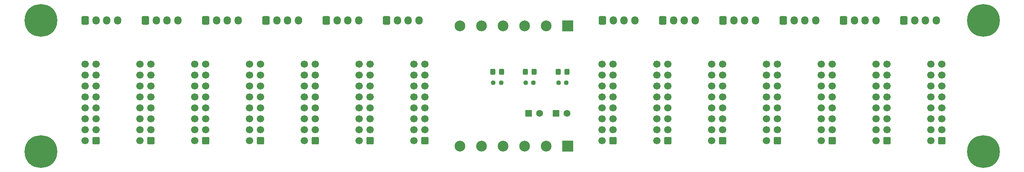
<source format=gbr>
%TF.GenerationSoftware,KiCad,Pcbnew,7.0.11+1*%
%TF.CreationDate,2024-03-07T04:51:48+08:00*%
%TF.ProjectId,EuroPowerBoard v2.0,4575726f-506f-4776-9572-426f61726420,rev?*%
%TF.SameCoordinates,Original*%
%TF.FileFunction,Soldermask,Top*%
%TF.FilePolarity,Negative*%
%FSLAX46Y46*%
G04 Gerber Fmt 4.6, Leading zero omitted, Abs format (unit mm)*
G04 Created by KiCad (PCBNEW 7.0.11+1) date 2024-03-07 04:51:48*
%MOMM*%
%LPD*%
G01*
G04 APERTURE LIST*
G04 Aperture macros list*
%AMRoundRect*
0 Rectangle with rounded corners*
0 $1 Rounding radius*
0 $2 $3 $4 $5 $6 $7 $8 $9 X,Y pos of 4 corners*
0 Add a 4 corners polygon primitive as box body*
4,1,4,$2,$3,$4,$5,$6,$7,$8,$9,$2,$3,0*
0 Add four circle primitives for the rounded corners*
1,1,$1+$1,$2,$3*
1,1,$1+$1,$4,$5*
1,1,$1+$1,$6,$7*
1,1,$1+$1,$8,$9*
0 Add four rect primitives between the rounded corners*
20,1,$1+$1,$2,$3,$4,$5,0*
20,1,$1+$1,$4,$5,$6,$7,0*
20,1,$1+$1,$6,$7,$8,$9,0*
20,1,$1+$1,$8,$9,$2,$3,0*%
G04 Aperture macros list end*
%ADD10R,2.500000X2.500000*%
%ADD11C,2.500000*%
%ADD12RoundRect,0.250000X-0.600000X-0.725000X0.600000X-0.725000X0.600000X0.725000X-0.600000X0.725000X0*%
%ADD13O,1.700000X1.950000*%
%ADD14C,7.600000*%
%ADD15RoundRect,0.237500X-0.250000X-0.237500X0.250000X-0.237500X0.250000X0.237500X-0.250000X0.237500X0*%
%ADD16RoundRect,0.250000X0.600000X0.600000X-0.600000X0.600000X-0.600000X-0.600000X0.600000X-0.600000X0*%
%ADD17C,1.700000*%
%ADD18RoundRect,0.250000X0.325000X0.450000X-0.325000X0.450000X-0.325000X-0.450000X0.325000X-0.450000X0*%
%ADD19R,1.600000X1.600000*%
%ADD20C,1.600000*%
%ADD21RoundRect,0.250000X-0.325000X-0.450000X0.325000X-0.450000X0.325000X0.450000X-0.325000X0.450000X0*%
G04 APERTURE END LIST*
D10*
%TO.C,J15*%
X160255000Y-67310000D03*
D11*
X155255000Y-67310000D03*
X150255000Y-67310000D03*
X145255000Y-67310000D03*
X140255000Y-67310000D03*
X135255000Y-67310000D03*
%TD*%
D12*
%TO.C,J21*%
X104260000Y-66040000D03*
D13*
X106760000Y-66040000D03*
X109260000Y-66040000D03*
X111760000Y-66040000D03*
%TD*%
D12*
%TO.C,J27*%
X224155000Y-66040000D03*
D13*
X226655000Y-66040000D03*
X229155000Y-66040000D03*
X231655000Y-66040000D03*
%TD*%
D12*
%TO.C,J26*%
X210185000Y-66040000D03*
D13*
X212685000Y-66040000D03*
X215185000Y-66040000D03*
X217685000Y-66040000D03*
%TD*%
D12*
%TO.C,J25*%
X196215000Y-66040000D03*
D13*
X198715000Y-66040000D03*
X201215000Y-66040000D03*
X203715000Y-66040000D03*
%TD*%
D10*
%TO.C,J16*%
X160255000Y-95250000D03*
D11*
X155255000Y-95250000D03*
X150255000Y-95250000D03*
X145255000Y-95250000D03*
X140255000Y-95250000D03*
X135255000Y-95250000D03*
%TD*%
D14*
%TO.C,H4*%
X256540000Y-96520000D03*
%TD*%
%TO.C,H3*%
X256540000Y-66040000D03*
%TD*%
%TO.C,H2*%
X38100000Y-96520000D03*
%TD*%
%TO.C,H1*%
X38100000Y-66040000D03*
%TD*%
D15*
%TO.C,R1*%
X150471500Y-80518000D03*
X152296500Y-80518000D03*
%TD*%
%TO.C,R3*%
X144780000Y-80518000D03*
X142955000Y-80518000D03*
%TD*%
D16*
%TO.C,J7*%
X127120000Y-93980000D03*
D17*
X124580000Y-93980000D03*
X127120000Y-91440000D03*
X124580000Y-91440000D03*
X127120000Y-88900000D03*
X124580000Y-88900000D03*
X127120000Y-86360000D03*
X124580000Y-86360000D03*
X127120000Y-83820000D03*
X124580000Y-83820000D03*
X127120000Y-81280000D03*
X124580000Y-81280000D03*
X127120000Y-78740000D03*
X124580000Y-78740000D03*
X127120000Y-76200000D03*
X124580000Y-76200000D03*
%TD*%
D18*
%TO.C,D3*%
X142842500Y-77978000D03*
X144892500Y-77978000D03*
%TD*%
D12*
%TO.C,J22*%
X118230000Y-66040000D03*
D13*
X120730000Y-66040000D03*
X123230000Y-66040000D03*
X125730000Y-66040000D03*
%TD*%
D16*
%TO.C,J12*%
X221495000Y-93980000D03*
D17*
X218955000Y-93980000D03*
X221495000Y-91440000D03*
X218955000Y-91440000D03*
X221495000Y-88900000D03*
X218955000Y-88900000D03*
X221495000Y-86360000D03*
X218955000Y-86360000D03*
X221495000Y-83820000D03*
X218955000Y-83820000D03*
X221495000Y-81280000D03*
X218955000Y-81280000D03*
X221495000Y-78740000D03*
X218955000Y-78740000D03*
X221495000Y-76200000D03*
X218955000Y-76200000D03*
%TD*%
D19*
%TO.C,C1*%
X151170000Y-87630000D03*
D20*
X153670000Y-87630000D03*
%TD*%
D16*
%TO.C,J4*%
X89020000Y-93980000D03*
D17*
X86480000Y-93980000D03*
X89020000Y-91440000D03*
X86480000Y-91440000D03*
X89020000Y-88900000D03*
X86480000Y-88900000D03*
X89020000Y-86360000D03*
X86480000Y-86360000D03*
X89020000Y-83820000D03*
X86480000Y-83820000D03*
X89020000Y-81280000D03*
X86480000Y-81280000D03*
X89020000Y-78740000D03*
X86480000Y-78740000D03*
X89020000Y-76200000D03*
X86480000Y-76200000D03*
%TD*%
D16*
%TO.C,J9*%
X183395000Y-93980000D03*
D17*
X180855000Y-93980000D03*
X183395000Y-91440000D03*
X180855000Y-91440000D03*
X183395000Y-88900000D03*
X180855000Y-88900000D03*
X183395000Y-86360000D03*
X180855000Y-86360000D03*
X183395000Y-83820000D03*
X180855000Y-83820000D03*
X183395000Y-81280000D03*
X180855000Y-81280000D03*
X183395000Y-78740000D03*
X180855000Y-78740000D03*
X183395000Y-76200000D03*
X180855000Y-76200000D03*
%TD*%
D16*
%TO.C,J11*%
X208795000Y-93980000D03*
D17*
X206255000Y-93980000D03*
X208795000Y-91440000D03*
X206255000Y-91440000D03*
X208795000Y-88900000D03*
X206255000Y-88900000D03*
X208795000Y-86360000D03*
X206255000Y-86360000D03*
X208795000Y-83820000D03*
X206255000Y-83820000D03*
X208795000Y-81280000D03*
X206255000Y-81280000D03*
X208795000Y-78740000D03*
X206255000Y-78740000D03*
X208795000Y-76200000D03*
X206255000Y-76200000D03*
%TD*%
D12*
%TO.C,J20*%
X90290000Y-66040000D03*
D13*
X92790000Y-66040000D03*
X95290000Y-66040000D03*
X97790000Y-66040000D03*
%TD*%
D19*
%TO.C,C2*%
X157520000Y-87630000D03*
D20*
X160020000Y-87630000D03*
%TD*%
D12*
%TO.C,J24*%
X182245000Y-66040000D03*
D13*
X184745000Y-66040000D03*
X187245000Y-66040000D03*
X189745000Y-66040000D03*
%TD*%
D21*
%TO.C,D2*%
X160029000Y-77978000D03*
X157979000Y-77978000D03*
%TD*%
D12*
%TO.C,J18*%
X62350000Y-66040000D03*
D13*
X64850000Y-66040000D03*
X67350000Y-66040000D03*
X69850000Y-66040000D03*
%TD*%
D17*
%TO.C,J8*%
X168155000Y-76200000D03*
X170695000Y-76200000D03*
X168155000Y-78740000D03*
X170695000Y-78740000D03*
X168155000Y-81280000D03*
X170695000Y-81280000D03*
X168155000Y-83820000D03*
X170695000Y-83820000D03*
X168155000Y-86360000D03*
X170695000Y-86360000D03*
X168155000Y-88900000D03*
X170695000Y-88900000D03*
X168155000Y-91440000D03*
X170695000Y-91440000D03*
X168155000Y-93980000D03*
D16*
X170695000Y-93980000D03*
%TD*%
D12*
%TO.C,J17*%
X48380000Y-66040000D03*
D13*
X50880000Y-66040000D03*
X53380000Y-66040000D03*
X55880000Y-66040000D03*
%TD*%
D16*
%TO.C,J1*%
X50920000Y-93980000D03*
D17*
X48380000Y-93980000D03*
X50920000Y-91440000D03*
X48380000Y-91440000D03*
X50920000Y-88900000D03*
X48380000Y-88900000D03*
X50920000Y-86360000D03*
X48380000Y-86360000D03*
X50920000Y-83820000D03*
X48380000Y-83820000D03*
X50920000Y-81280000D03*
X48380000Y-81280000D03*
X50920000Y-78740000D03*
X48380000Y-78740000D03*
X50920000Y-76200000D03*
X48380000Y-76200000D03*
%TD*%
D15*
%TO.C,R2*%
X158091500Y-80518000D03*
X159916500Y-80518000D03*
%TD*%
D16*
%TO.C,J2*%
X63620000Y-93980000D03*
D17*
X61080000Y-93980000D03*
X63620000Y-91440000D03*
X61080000Y-91440000D03*
X63620000Y-88900000D03*
X61080000Y-88900000D03*
X63620000Y-86360000D03*
X61080000Y-86360000D03*
X63620000Y-83820000D03*
X61080000Y-83820000D03*
X63620000Y-81280000D03*
X61080000Y-81280000D03*
X63620000Y-78740000D03*
X61080000Y-78740000D03*
X63620000Y-76200000D03*
X61080000Y-76200000D03*
%TD*%
D16*
%TO.C,J13*%
X234195000Y-93980000D03*
D17*
X231655000Y-93980000D03*
X234195000Y-91440000D03*
X231655000Y-91440000D03*
X234195000Y-88900000D03*
X231655000Y-88900000D03*
X234195000Y-86360000D03*
X231655000Y-86360000D03*
X234195000Y-83820000D03*
X231655000Y-83820000D03*
X234195000Y-81280000D03*
X231655000Y-81280000D03*
X234195000Y-78740000D03*
X231655000Y-78740000D03*
X234195000Y-76200000D03*
X231655000Y-76200000D03*
%TD*%
D16*
%TO.C,J10*%
X196095000Y-93980000D03*
D17*
X193555000Y-93980000D03*
X196095000Y-91440000D03*
X193555000Y-91440000D03*
X196095000Y-88900000D03*
X193555000Y-88900000D03*
X196095000Y-86360000D03*
X193555000Y-86360000D03*
X196095000Y-83820000D03*
X193555000Y-83820000D03*
X196095000Y-81280000D03*
X193555000Y-81280000D03*
X196095000Y-78740000D03*
X193555000Y-78740000D03*
X196095000Y-76200000D03*
X193555000Y-76200000D03*
%TD*%
D16*
%TO.C,J3*%
X76320000Y-93980000D03*
D17*
X73780000Y-93980000D03*
X76320000Y-91440000D03*
X73780000Y-91440000D03*
X76320000Y-88900000D03*
X73780000Y-88900000D03*
X76320000Y-86360000D03*
X73780000Y-86360000D03*
X76320000Y-83820000D03*
X73780000Y-83820000D03*
X76320000Y-81280000D03*
X73780000Y-81280000D03*
X76320000Y-78740000D03*
X73780000Y-78740000D03*
X76320000Y-76200000D03*
X73780000Y-76200000D03*
%TD*%
D18*
%TO.C,D1*%
X150359000Y-77978000D03*
X152409000Y-77978000D03*
%TD*%
D12*
%TO.C,J31*%
X238125000Y-66040000D03*
D13*
X240625000Y-66040000D03*
X243125000Y-66040000D03*
X245625000Y-66040000D03*
%TD*%
D16*
%TO.C,J5*%
X101720000Y-93980000D03*
D17*
X99180000Y-93980000D03*
X101720000Y-91440000D03*
X99180000Y-91440000D03*
X101720000Y-88900000D03*
X99180000Y-88900000D03*
X101720000Y-86360000D03*
X99180000Y-86360000D03*
X101720000Y-83820000D03*
X99180000Y-83820000D03*
X101720000Y-81280000D03*
X99180000Y-81280000D03*
X101720000Y-78740000D03*
X99180000Y-78740000D03*
X101720000Y-76200000D03*
X99180000Y-76200000D03*
%TD*%
D12*
%TO.C,J23*%
X168275000Y-66040000D03*
D13*
X170775000Y-66040000D03*
X173275000Y-66040000D03*
X175775000Y-66040000D03*
%TD*%
D16*
%TO.C,J6*%
X114420000Y-93980000D03*
D17*
X111880000Y-93980000D03*
X114420000Y-91440000D03*
X111880000Y-91440000D03*
X114420000Y-88900000D03*
X111880000Y-88900000D03*
X114420000Y-86360000D03*
X111880000Y-86360000D03*
X114420000Y-83820000D03*
X111880000Y-83820000D03*
X114420000Y-81280000D03*
X111880000Y-81280000D03*
X114420000Y-78740000D03*
X111880000Y-78740000D03*
X114420000Y-76200000D03*
X111880000Y-76200000D03*
%TD*%
D16*
%TO.C,J14*%
X246895000Y-93980000D03*
D17*
X244355000Y-93980000D03*
X246895000Y-91440000D03*
X244355000Y-91440000D03*
X246895000Y-88900000D03*
X244355000Y-88900000D03*
X246895000Y-86360000D03*
X244355000Y-86360000D03*
X246895000Y-83820000D03*
X244355000Y-83820000D03*
X246895000Y-81280000D03*
X244355000Y-81280000D03*
X246895000Y-78740000D03*
X244355000Y-78740000D03*
X246895000Y-76200000D03*
X244355000Y-76200000D03*
%TD*%
D12*
%TO.C,J19*%
X76320000Y-66040000D03*
D13*
X78820000Y-66040000D03*
X81320000Y-66040000D03*
X83820000Y-66040000D03*
%TD*%
M02*

</source>
